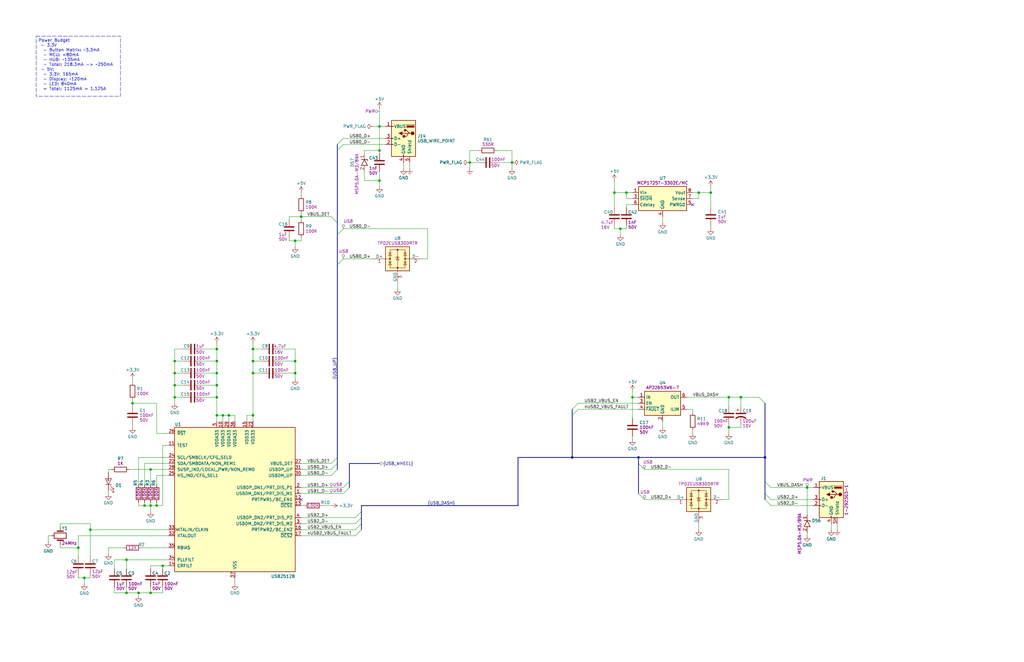
<source format=kicad_sch>
(kicad_sch (version 20230121) (generator eeschema)
  (paper "USLedger")
  (title_block (title "DIY GT Wheel Main Board") (date "2023-06-23") (rev "1.0a") (company "Electronya") (comment 1 "ENYA-SIMR-GTWL-PCMB"))
  (bus_alias "USB_UP" (members "USB0_D+" "USB0_D-" "VBUS_DET"))
  (bus_alias "USB_WHEEL" (members "USB1_D+" "USB1_D-"))
  (bus_alias "USB_DASH" (members "USB2_D+" "USB2_D-" "VBUS_DASH" "USB2_VBUS_EN" "nUSB2_VBUS_FAULT"))
  (junction (at 106.68 152.4))
  (junction (at 93.98 175.26))
  (junction (at 73.66 157.48))
  (junction (at 53.34 250.19))
  (junction (at 160.02 63.5))
  (junction (at 38.1 223.52))
  (junction (at 198.12 68.58))
  (junction (at 96.52 175.26))
  (junction (at 127 91.44))
  (junction (at 264.16 81.28))
  (junction (at 53.34 236.22))
  (junction (at 63.5 250.19))
  (junction (at 63.5 198.12))
  (junction (at 215.9 68.58))
  (junction (at 307.34 180.34))
  (junction (at 124.46 157.48))
  (junction (at 106.68 175.26))
  (junction (at 66.04 213.36))
  (junction (at 307.34 167.64))
  (junction (at 124.46 152.4))
  (junction (at 73.66 167.64))
  (junction (at 68.58 238.76))
  (junction (at 106.68 147.32))
  (junction (at 91.44 167.64))
  (junction (at 269.24 193.04))
  (junction (at 299.72 81.28))
  (junction (at 294.64 81.28))
  (junction (at 241.3 193.04))
  (junction (at 55.88 170.18))
  (junction (at 33.02 231.14))
  (junction (at 91.44 152.4))
  (junction (at 35.56 243.84))
  (junction (at 106.68 157.48))
  (junction (at 73.66 152.4))
  (junction (at 60.96 213.36))
  (junction (at 160.02 76.2))
  (junction (at 91.44 175.26))
  (junction (at 91.44 157.48))
  (junction (at 261.62 96.52))
  (junction (at 322.58 193.04))
  (junction (at 259.08 81.28))
  (junction (at 91.44 162.56))
  (junction (at 340.36 205.74))
  (junction (at 91.44 147.32))
  (junction (at 73.66 162.56))
  (junction (at 63.5 213.36))
  (junction (at 160.02 53.34))
  (junction (at 124.46 101.6))
  (junction (at 312.42 167.64))
  (junction (at 58.42 250.19))
  (junction (at 266.7 167.64))
  (no_connect (at 127 210.82))
  (no_connect (at 292.1 86.36))
  (bus_entry (at 269.24 195.58) (size 2.54 2.54))
  (bus_entry (at 241.3 175.26) (size 2.54 -2.54))
  (bus_entry (at 320.04 167.64) (size 2.54 2.54))
  (bus_entry (at 144.78 208.28) (size 2.54 -2.54))
  (bus_entry (at 142.24 195.58) (size -2.54 2.54))
  (bus_entry (at 149.86 223.52) (size 2.54 -2.54))
  (bus_entry (at 142.24 60.96) (size 2.54 -2.54))
  (bus_entry (at 322.58 203.2) (size 2.54 2.54))
  (bus_entry (at 144.78 109.22) (size -2.54 2.54))
  (bus_entry (at 142.24 198.12) (size -2.54 2.54))
  (bus_entry (at 149.86 226.06) (size 2.54 -2.54))
  (bus_entry (at 149.86 218.44) (size 2.54 -2.54))
  (bus_entry (at 269.24 208.28) (size 2.54 2.54))
  (bus_entry (at 142.24 63.5) (size 2.54 -2.54))
  (bus_entry (at 142.24 193.04) (size -2.54 2.54))
  (bus_entry (at 241.3 172.72) (size 2.54 -2.54))
  (bus_entry (at 139.7 91.44) (size 2.54 2.54))
  (bus_entry (at 322.58 210.82) (size 2.54 2.54))
  (bus_entry (at 144.78 205.74) (size 2.54 -2.54))
  (bus_entry (at 142.24 99.06) (size 2.54 -2.54))
  (bus_entry (at 322.58 208.28) (size 2.54 2.54))
  (bus_entry (at 149.86 220.98) (size 2.54 -2.54))
  (wire (pts (xy 264.16 95.25) (xy 264.16 96.52)))
  (wire (pts (xy 121.92 101.6) (xy 124.46 101.6)))
  (wire (pts (xy 63.5 213.36) (xy 63.5 215.9)))
  (wire (pts (xy 66.04 213.36) (xy 63.5 213.36)))
  (bus (pts (xy 241.3 172.72) (xy 241.3 175.26)))
  (wire (pts (xy 71.12 182.88) (xy 66.04 182.88)))
  (wire (pts (xy 66.04 182.88) (xy 66.04 170.18)))
  (wire (pts (xy 121.92 91.44) (xy 127 91.44)))
  (wire (pts (xy 68.58 238.76) (xy 71.12 238.76)))
  (wire (pts (xy 91.44 162.56) (xy 91.44 167.64)))
  (bus (pts (xy 218.44 193.04) (xy 218.44 213.36)))
  (wire (pts (xy 55.88 170.18) (xy 55.88 171.45)))
  (wire (pts (xy 266.7 165.1) (xy 266.7 167.64)))
  (wire (pts (xy 55.88 160.02) (xy 55.88 161.29)))
  (wire (pts (xy 325.12 210.82) (xy 342.9 210.82)))
  (wire (pts (xy 33.02 242.57) (xy 33.02 243.84)))
  (wire (pts (xy 299.72 78.74) (xy 299.72 81.28)))
  (wire (pts (xy 52.07 231.14) (xy 45.72 231.14)))
  (wire (pts (xy 144.78 60.96) (xy 162.56 60.96)))
  (wire (pts (xy 38.1 223.52) (xy 38.1 234.95)))
  (wire (pts (xy 55.88 168.91) (xy 55.88 170.18)))
  (wire (pts (xy 106.68 152.4) (xy 110.49 152.4)))
  (bus (pts (xy 269.24 195.58) (xy 269.24 208.28)))
  (wire (pts (xy 118.11 147.32) (xy 124.46 147.32)))
  (wire (pts (xy 54.61 198.12) (xy 63.5 198.12)))
  (bus (pts (xy 152.4 213.36) (xy 152.4 215.9)))
  (wire (pts (xy 85.09 157.48) (xy 91.44 157.48)))
  (wire (pts (xy 312.42 167.64) (xy 312.42 171.45)))
  (wire (pts (xy 259.08 81.28) (xy 259.08 87.63)))
  (wire (pts (xy 299.72 81.28) (xy 299.72 87.63)))
  (wire (pts (xy 312.42 179.07) (xy 312.42 180.34)))
  (bus (pts (xy 147.32 205.74) (xy 147.32 203.2)))
  (wire (pts (xy 45.72 207.01) (xy 45.72 208.28)))
  (bus (pts (xy 152.4 215.9) (xy 152.4 218.44)))
  (wire (pts (xy 48.26 247.65) (xy 48.26 250.19)))
  (wire (pts (xy 38.1 242.57) (xy 38.1 243.84)))
  (wire (pts (xy 153.67 76.2) (xy 160.02 76.2)))
  (bus (pts (xy 322.58 203.2) (xy 322.58 208.28)))
  (wire (pts (xy 127 220.98) (xy 149.86 220.98)))
  (wire (pts (xy 96.52 175.26) (xy 96.52 177.8)))
  (wire (pts (xy 160.02 53.34) (xy 162.56 53.34)))
  (wire (pts (xy 289.56 167.64) (xy 307.34 167.64)))
  (wire (pts (xy 68.58 213.36) (xy 66.04 213.36)))
  (wire (pts (xy 266.7 167.64) (xy 269.24 167.64)))
  (wire (pts (xy 279.4 91.44) (xy 279.4 93.98)))
  (wire (pts (xy 124.46 147.32) (xy 124.46 152.4)))
  (wire (pts (xy 58.42 193.04) (xy 58.42 204.47)))
  (wire (pts (xy 45.72 198.12) (xy 45.72 199.39)))
  (bus (pts (xy 142.24 193.04) (xy 142.24 195.58)))
  (wire (pts (xy 198.12 68.58) (xy 201.93 68.58)))
  (wire (pts (xy 85.09 167.64) (xy 91.44 167.64)))
  (wire (pts (xy 127 200.66) (xy 139.7 200.66)))
  (wire (pts (xy 58.42 250.19) (xy 58.42 251.46)))
  (bus (pts (xy 152.4 220.98) (xy 152.4 223.52)))
  (wire (pts (xy 91.44 175.26) (xy 93.98 175.26)))
  (wire (pts (xy 63.5 212.09) (xy 63.5 213.36)))
  (wire (pts (xy 307.34 210.82) (xy 304.8 210.82)))
  (wire (pts (xy 106.68 147.32) (xy 110.49 147.32)))
  (wire (pts (xy 33.02 226.06) (xy 71.12 226.06)))
  (wire (pts (xy 71.12 193.04) (xy 58.42 193.04)))
  (wire (pts (xy 73.66 152.4) (xy 77.47 152.4)))
  (wire (pts (xy 198.12 68.58) (xy 198.12 71.12)))
  (wire (pts (xy 160.02 63.5) (xy 160.02 64.77)))
  (wire (pts (xy 292.1 172.72) (xy 292.1 173.99)))
  (wire (pts (xy 58.42 250.19) (xy 63.5 250.19)))
  (wire (pts (xy 160.02 72.39) (xy 160.02 76.2)))
  (wire (pts (xy 71.12 187.96) (xy 68.58 187.96)))
  (wire (pts (xy 106.68 157.48) (xy 110.49 157.48)))
  (wire (pts (xy 25.4 222.25) (xy 25.4 220.98)))
  (wire (pts (xy 271.78 198.12) (xy 307.34 198.12)))
  (wire (pts (xy 96.52 175.26) (xy 99.06 175.26)))
  (wire (pts (xy 127 223.52) (xy 149.86 223.52)))
  (wire (pts (xy 259.08 96.52) (xy 261.62 96.52)))
  (wire (pts (xy 127 205.74) (xy 144.78 205.74)))
  (wire (pts (xy 63.5 250.19) (xy 68.58 250.19)))
  (wire (pts (xy 160.02 45.72) (xy 160.02 53.34)))
  (wire (pts (xy 259.08 76.2) (xy 259.08 81.28)))
  (wire (pts (xy 53.34 247.65) (xy 53.34 250.19)))
  (wire (pts (xy 264.16 86.36) (xy 266.7 86.36)))
  (wire (pts (xy 73.66 167.64) (xy 77.47 167.64)))
  (wire (pts (xy 127 195.58) (xy 139.7 195.58)))
  (bus (pts (xy 241.3 193.04) (xy 218.44 193.04)))
  (wire (pts (xy 73.66 152.4) (xy 73.66 157.48)))
  (wire (pts (xy 63.5 198.12) (xy 71.12 198.12)))
  (bus (pts (xy 322.58 193.04) (xy 322.58 203.2)))
  (wire (pts (xy 63.5 238.76) (xy 68.58 238.76)))
  (wire (pts (xy 160.02 76.2) (xy 160.02 78.74)))
  (wire (pts (xy 299.72 95.25) (xy 299.72 96.52)))
  (bus (pts (xy 142.24 195.58) (xy 142.24 198.12)))
  (bus (pts (xy 142.24 99.06) (xy 142.24 111.76)))
  (wire (pts (xy 60.96 195.58) (xy 60.96 204.47)))
  (wire (pts (xy 53.34 236.22) (xy 53.34 240.03)))
  (wire (pts (xy 93.98 175.26) (xy 96.52 175.26)))
  (wire (pts (xy 63.5 240.03) (xy 63.5 238.76)))
  (wire (pts (xy 325.12 205.74) (xy 340.36 205.74)))
  (wire (pts (xy 60.96 213.36) (xy 58.42 213.36)))
  (wire (pts (xy 259.08 95.25) (xy 259.08 96.52)))
  (wire (pts (xy 209.55 68.58) (xy 215.9 68.58)))
  (wire (pts (xy 292.1 181.61) (xy 292.1 182.88)))
  (wire (pts (xy 127 100.33) (xy 127 101.6)))
  (wire (pts (xy 127 91.44) (xy 127 92.71)))
  (wire (pts (xy 157.48 53.34) (xy 160.02 53.34)))
  (wire (pts (xy 121.92 92.71) (xy 121.92 91.44)))
  (wire (pts (xy 307.34 180.34) (xy 312.42 180.34)))
  (wire (pts (xy 124.46 101.6) (xy 127 101.6)))
  (wire (pts (xy 180.34 109.22) (xy 177.8 109.22)))
  (wire (pts (xy 209.55 63.5) (xy 215.9 63.5)))
  (wire (pts (xy 60.96 212.09) (xy 60.96 213.36)))
  (wire (pts (xy 91.44 175.26) (xy 91.44 177.8)))
  (wire (pts (xy 261.62 96.52) (xy 264.16 96.52)))
  (wire (pts (xy 127 81.28) (xy 127 82.55)))
  (wire (pts (xy 153.67 63.5) (xy 160.02 63.5)))
  (wire (pts (xy 91.44 147.32) (xy 91.44 152.4)))
  (wire (pts (xy 153.67 72.39) (xy 153.67 76.2)))
  (wire (pts (xy 63.5 198.12) (xy 63.5 204.47)))
  (wire (pts (xy 25.4 231.14) (xy 33.02 231.14)))
  (wire (pts (xy 264.16 87.63) (xy 264.16 86.36)))
  (wire (pts (xy 172.72 68.58) (xy 172.72 71.12)))
  (wire (pts (xy 106.68 144.78) (xy 106.68 147.32)))
  (wire (pts (xy 350.52 220.98) (xy 350.52 223.52)))
  (wire (pts (xy 45.72 231.14) (xy 45.72 233.68)))
  (wire (pts (xy 21.59 226.06) (xy 20.32 226.06)))
  (wire (pts (xy 25.4 229.87) (xy 25.4 231.14)))
  (wire (pts (xy 59.69 231.14) (xy 71.12 231.14)))
  (wire (pts (xy 160.02 53.34) (xy 160.02 63.5)))
  (bus (pts (xy 152.4 218.44) (xy 152.4 220.98)))
  (bus (pts (xy 269.24 193.04) (xy 241.3 193.04)))
  (wire (pts (xy 307.34 167.64) (xy 312.42 167.64)))
  (wire (pts (xy 91.44 167.64) (xy 91.44 175.26)))
  (bus (pts (xy 269.24 193.04) (xy 269.24 195.58)))
  (wire (pts (xy 35.56 243.84) (xy 35.56 246.38)))
  (wire (pts (xy 127 198.12) (xy 139.7 198.12)))
  (wire (pts (xy 25.4 220.98) (xy 38.1 220.98)))
  (wire (pts (xy 68.58 187.96) (xy 68.58 213.36)))
  (bus (pts (xy 142.24 111.76) (xy 142.24 193.04)))
  (bus (pts (xy 322.58 208.28) (xy 322.58 210.82)))
  (wire (pts (xy 63.5 213.36) (xy 60.96 213.36)))
  (wire (pts (xy 99.06 177.8) (xy 99.06 175.26)))
  (wire (pts (xy 91.44 144.78) (xy 91.44 147.32)))
  (wire (pts (xy 48.26 250.19) (xy 53.34 250.19)))
  (wire (pts (xy 144.78 96.52) (xy 180.34 96.52)))
  (wire (pts (xy 53.34 236.22) (xy 48.26 236.22)))
  (wire (pts (xy 106.68 157.48) (xy 106.68 175.26)))
  (wire (pts (xy 73.66 162.56) (xy 73.66 167.64)))
  (wire (pts (xy 289.56 172.72) (xy 292.1 172.72)))
  (bus (pts (xy 142.24 63.5) (xy 142.24 93.98)))
  (wire (pts (xy 294.64 81.28) (xy 294.64 83.82)))
  (wire (pts (xy 48.26 236.22) (xy 48.26 240.03)))
  (wire (pts (xy 106.68 152.4) (xy 106.68 157.48)))
  (wire (pts (xy 85.09 162.56) (xy 91.44 162.56)))
  (wire (pts (xy 106.68 175.26) (xy 106.68 177.8)))
  (wire (pts (xy 261.62 96.52) (xy 261.62 99.06)))
  (wire (pts (xy 264.16 81.28) (xy 266.7 81.28)))
  (wire (pts (xy 243.84 170.18) (xy 269.24 170.18)))
  (wire (pts (xy 170.18 68.58) (xy 170.18 71.12)))
  (wire (pts (xy 180.34 96.52) (xy 180.34 109.22)))
  (wire (pts (xy 121.92 100.33) (xy 121.92 101.6)))
  (wire (pts (xy 243.84 172.72) (xy 269.24 172.72)))
  (wire (pts (xy 201.93 63.5) (xy 198.12 63.5)))
  (wire (pts (xy 33.02 243.84) (xy 35.56 243.84)))
  (wire (pts (xy 93.98 175.26) (xy 93.98 177.8)))
  (wire (pts (xy 312.42 167.64) (xy 320.04 167.64)))
  (wire (pts (xy 63.5 247.65) (xy 63.5 250.19)))
  (wire (pts (xy 20.32 226.06) (xy 20.32 228.6)))
  (bus (pts (xy 241.3 175.26) (xy 241.3 193.04)))
  (wire (pts (xy 99.06 243.84) (xy 99.06 246.38)))
  (wire (pts (xy 215.9 68.58) (xy 215.9 71.12)))
  (wire (pts (xy 91.44 157.48) (xy 91.44 162.56)))
  (wire (pts (xy 124.46 157.48) (xy 124.46 160.02)))
  (bus (pts (xy 218.44 213.36) (xy 152.4 213.36)))
  (wire (pts (xy 340.36 205.74) (xy 342.9 205.74)))
  (bus (pts (xy 147.32 195.58) (xy 160.02 195.58)))
  (wire (pts (xy 53.34 250.19) (xy 58.42 250.19)))
  (bus (pts (xy 322.58 170.18) (xy 322.58 193.04)))
  (wire (pts (xy 68.58 250.19) (xy 68.58 247.65)))
  (wire (pts (xy 73.66 147.32) (xy 73.66 152.4)))
  (wire (pts (xy 127 226.06) (xy 149.86 226.06)))
  (bus (pts (xy 142.24 60.96) (xy 142.24 63.5)))
  (wire (pts (xy 127 90.17) (xy 127 91.44)))
  (bus (pts (xy 322.58 193.04) (xy 269.24 193.04)))
  (wire (pts (xy 35.56 243.84) (xy 38.1 243.84)))
  (wire (pts (xy 124.46 152.4) (xy 124.46 157.48)))
  (wire (pts (xy 71.12 200.66) (xy 66.04 200.66)))
  (wire (pts (xy 68.58 238.76) (xy 68.58 240.03)))
  (wire (pts (xy 266.7 184.15) (xy 266.7 185.42)))
  (wire (pts (xy 153.67 64.77) (xy 153.67 63.5)))
  (wire (pts (xy 294.64 220.98) (xy 294.64 223.52)))
  (wire (pts (xy 292.1 83.82) (xy 294.64 83.82)))
  (wire (pts (xy 167.64 119.38) (xy 167.64 121.92)))
  (wire (pts (xy 73.66 157.48) (xy 73.66 162.56)))
  (wire (pts (xy 104.14 177.8) (xy 104.14 175.26)))
  (wire (pts (xy 73.66 167.64) (xy 73.66 170.18)))
  (wire (pts (xy 85.09 147.32) (xy 91.44 147.32)))
  (wire (pts (xy 307.34 198.12) (xy 307.34 210.82)))
  (wire (pts (xy 73.66 157.48) (xy 77.47 157.48)))
  (wire (pts (xy 46.99 198.12) (xy 45.72 198.12)))
  (wire (pts (xy 307.34 179.07) (xy 307.34 180.34)))
  (wire (pts (xy 66.04 170.18) (xy 55.88 170.18)))
  (wire (pts (xy 292.1 81.28) (xy 294.64 81.28)))
  (wire (pts (xy 266.7 83.82) (xy 264.16 83.82)))
  (bus (pts (xy 142.24 93.98) (xy 142.24 99.06)))
  (wire (pts (xy 71.12 195.58) (xy 60.96 195.58)))
  (wire (pts (xy 271.78 210.82) (xy 284.48 210.82)))
  (wire (pts (xy 66.04 200.66) (xy 66.04 204.47)))
  (wire (pts (xy 118.11 152.4) (xy 124.46 152.4)))
  (wire (pts (xy 135.89 213.36) (xy 139.7 213.36)))
  (wire (pts (xy 259.08 81.28) (xy 264.16 81.28)))
  (wire (pts (xy 144.78 109.22) (xy 157.48 109.22)))
  (wire (pts (xy 307.34 180.34) (xy 307.34 182.88)))
  (wire (pts (xy 33.02 231.14) (xy 33.02 234.95)))
  (wire (pts (xy 340.36 224.79) (xy 340.36 226.06)))
  (wire (pts (xy 104.14 175.26) (xy 106.68 175.26)))
  (wire (pts (xy 77.47 147.32) (xy 73.66 147.32)))
  (wire (pts (xy 33.02 231.14) (xy 33.02 226.06)))
  (wire (pts (xy 294.64 81.28) (xy 299.72 81.28)))
  (wire (pts (xy 55.88 179.07) (xy 55.88 180.34)))
  (wire (pts (xy 85.09 152.4) (xy 91.44 152.4)))
  (wire (pts (xy 353.06 220.98) (xy 353.06 223.52)))
  (wire (pts (xy 66.04 212.09) (xy 66.04 213.36)))
  (wire (pts (xy 215.9 63.5) (xy 215.9 68.58)))
  (wire (pts (xy 91.44 152.4) (xy 91.44 157.48)))
  (wire (pts (xy 307.34 167.64) (xy 307.34 171.45)))
  (wire (pts (xy 127 208.28) (xy 144.78 208.28)))
  (wire (pts (xy 340.36 205.74) (xy 340.36 217.17)))
  (wire (pts (xy 325.12 213.36) (xy 342.9 213.36)))
  (wire (pts (xy 127 91.44) (xy 139.7 91.44)))
  (wire (pts (xy 38.1 223.52) (xy 71.12 223.52)))
  (bus (pts (xy 147.32 203.2) (xy 147.32 195.58)))
  (wire (pts (xy 127 213.36) (xy 128.27 213.36)))
  (wire (pts (xy 279.4 177.8) (xy 279.4 180.34)))
  (wire (pts (xy 127 218.44) (xy 149.86 218.44)))
  (wire (pts (xy 198.12 63.5) (xy 198.12 68.58)))
  (wire (pts (xy 73.66 162.56) (xy 77.47 162.56)))
  (wire (pts (xy 106.68 147.32) (xy 106.68 152.4)))
  (wire (pts (xy 124.46 101.6) (xy 124.46 104.14)))
  (wire (pts (xy 264.16 81.28) (xy 264.16 83.82)))
  (wire (pts (xy 118.11 157.48) (xy 124.46 157.48)))
  (wire (pts (xy 71.12 236.22) (xy 53.34 236.22)))
  (wire (pts (xy 144.78 58.42) (xy 162.56 58.42)))
  (wire (pts (xy 266.7 167.64) (xy 266.7 176.53)))
  (wire (pts (xy 38.1 220.98) (xy 38.1 223.52)))
  (wire (pts (xy 58.42 213.36) (xy 58.42 212.09)))
  (text_box "Power Budget\n - 3.3V\n  - Button Matrix: ~3.3mA\n  - MCU: <80mA\n  - HUB: ~135mA\n  - Total: 218.3mA -> ~250mA\n - 5V:\n  - 3.3V: 165mA\n  - Display: ~120mA\n  - LED: 840mA\n  = Total: 1125mA = 1.125A" (at 15.24 15.24 0) (size 35.56 25.4) (stroke (width 0) (type dash)) (effects (font (size 1.27 1.27)) (justify left top)))
  (label "USB0_D+" (at 147.32 58.42 0))
  (label "VBUS_DASH" (at 292.1 167.64 0))
  (label "{USB_DASH}" (at 180.34 213.36 0))
  (label "VBUS_DET" (at 129.54 91.44 0))
  (label "USB2_VBUS_EN" (at 246.38 170.18 0))
  (label "USB0_D-" (at 147.32 96.52 0))
  (label "USB2_D-" (at 274.32 198.12 0))
  (label "USB2_VBUS_EN" (at 129.54 223.52 0))
  (label "VBUS_DASH" (at 327.66 205.74 0))
  (label "USB1_D+" (at 129.54 205.74 0))
  (label "USB2_D+" (at 129.54 218.44 0))
  (label "USB0_D-" (at 147.32 60.96 0))
  (label "USB1_D-" (at 129.54 208.28 0))
  (label "USB2_D+" (at 327.66 210.82 0))
  (label "USB2_D-" (at 327.66 213.36 0))
  (label "USB0_D+" (at 129.54 198.12 0))
  (label "VBUS_DET" (at 129.54 195.58 0))
  (label "USB0_D+" (at 147.32 109.22 0))
  (label "USB2_D+" (at 274.32 210.82 0))
  (label "{USB_UP}" (at 142.24 160.02 90))
  (label "USB2_D-" (at 129.54 220.98 0))
  (label "USB0_D-" (at 129.54 200.66 0))
  (label "nUSB2_VBUS_FAULT" (at 246.38 172.72 0))
  (label "nUSB2_VBUS_FAULT" (at 129.54 226.06 0))
  (hierarchical_label "{USB_WHEEL}" (shape bidirectional) (at 160.02 195.58 0))
  (netclass_flag "" (length 1.27) (shape round) (at 340.36 205.74 0) (property "Netclass" "PWR" (at 338.455 202.565 0) (effects (font italic) (justify left))))
  (netclass_flag "" (length 1.27) (shape round) (at 139.7 208.28 0) (property "Netclass" "USB" (at 140.3096 207.01 0) (effects (font italic) (justify left))))
  (netclass_flag "" (length 1.27) (shape round) (at 144.78 109.22 0) (property "Netclass" "USB" (at 142.875 106.045 0) (effects (font italic) (justify left))))
  (netclass_flag "" (length 1.27) (shape round) (at 271.78 198.12 0) (property "Netclass" "USB" (at 271.145 194.945 0) (effects (font italic) (justify left))))
  (netclass_flag "" (length 1.27) (shape round) (at 160.02 46.99 90) (property "Netclass" "PWR" (at 158.115 46.99 0) (effects (font italic) (justify right))))
  (netclass_flag "" (length 1.27) (shape round) (at 144.78 96.52 0) (property "Netclass" "USB" (at 144.78 93.345 0) (effects (font italic) (justify left))))
  (netclass_flag "" (length 1.27) (shape round) (at 271.78 210.82 0) (property "Netclass" "USB" (at 269.875 207.645 0) (effects (font italic) (justify left))))
  (netclass_flag "" (length 1.27) (shape round) (at 139.7 205.74 0) (property "Netclass" "USB" (at 140.3096 204.47 0) (effects (font italic) (justify left))))
  (symbol (lib_id "power:GND") (at 124.46 160.02 0) (unit 1)
    (property "Reference" "#PWR08" (effects hide))
    (property "Value" "GND" (at 124.46 163.965 0))
  )
  (symbol (lib_id "power:GND") (at 99.06 246.38 0) (unit 1)
    (property "Reference" "#PWR0101" (effects hide))
    (property "Value" "GND" (at 99.06 250.19 0))
  )
  (symbol (lib_id "ENYA_Cap_Smd_50V:1uF_CER_0603_50V") (at 299.72 91.44 0) (unit 1)
    (property "Reference" "C41" (at 302.641 89.392 0) (effects (justify left)))
    (property "Value" "1uF_CER_0603_50V" (effects hide))
    (property "Footprint" "Capacitor_SMD:C_0603_1608Metric" (effects hide))
    (property "Manufacturer" "Taiyo Yuden" (effects hide))
    (property "Manufacturer Part Number" "UMK107BJ105KA-T" (effects hide))
    (property "Digi-Key Part Number" "587-2400-1-ND" (effects hide))
    (property "Capacitance" "1uF" (at 302.641 91.44 0) (effects (justify left)))
    (property "Voltage Rating" "50V" (at 302.641 93.488 0) (effects (justify left)))
  )
  (symbol (lib_id "ENYA_Cap_Smd_50V:100nF_CER_0603_50V") (at 81.28 152.4 90) (unit 1)
    (property "Reference" "C12" (at 78.105 151.13 90))
    (property "Value" "100nF_CER_0603_50V" (effects hide))
    (property "Footprint" "Capacitor_SMD:C_0603_1608Metric" (effects hide))
    (property "Manufacturer" "AVX Corporation" (effects hide))
    (property "Manufacturer Part Number" "06033D104MAT2A" (effects hide))
    (property "Digi-Key Part Number" "478-7905-1-ND" (effects hide))
    (property "Capacitance" "100nF" (at 85.725 151.13 90))
    (property "Voltage Rating" "50V" (at 84.455 153.67 90))
  )
  (symbol (lib_id "power:+5V") (at 266.7 165.1 0) (unit 1)
    (property "Reference" "#PWR020" (effects hide))
    (property "Value" "+5V" (at 266.7 161.155 0))
  )
  (symbol (lib_id "ENYA_Res_Smd_100mW:100K_0603_100MW") (at 127 96.52 0) (unit 1)
    (property "Reference" "R9" (at 128.778 95.496 0) (effects (justify left)))
    (property "Value" "100K_0603_100MW" (effects hide))
    (property "Footprint" "Resistor_SMD:R_0603_1608Metric" (effects hide))
    (property "Manufacturer" "Yageo" (effects hide))
    (property "Manufacturer Part Number" "RC0603FR-07100KL" (effects hide))
    (property "Digi-Key Part Number" "311-100KHRCT-ND" (effects hide))
    (property "Resistance" "100K" (at 128.778 97.544 0) (effects (justify left)))
  )
  (symbol (lib_id "ENYA_Res_Smd_100mW:100K_0603_100MW") (at 63.5 208.28 0) (unit 1)
    (property "Reference" "R3" (at 62.23 205.105 90) (effects (justify left)))
    (property "Value" "100K_0603_100MW" (effects hide))
    (property "Footprint" "Resistor_SMD:R_0603_1608Metric" (effects hide))
    (property "Manufacturer" "Yageo" (effects hide))
    (property "Manufacturer Part Number" "RC0603FR-07100KL" (effects hide))
    (property "Digi-Key Part Number" "311-100KHRCT-ND" (effects hide))
    (property "Resistance" "100K" (at 63.5 210.82 90) (effects (justify left)))
  )
  (symbol (lib_id "ENYA_Cap_Smd_50V:100nF_CER_0603_50V") (at 55.88 175.26 0) (unit 1)
    (property "Reference" "C1" (at 58.801 173.212 0) (effects (justify left)))
    (property "Value" "100nF_CER_0603_50V" (effects hide))
    (property "Footprint" "Capacitor_SMD:C_0603_1608Metric" (effects hide))
    (property "Manufacturer" "AVX Corporation" (effects hide))
    (property "Manufacturer Part Number" "06033D104MAT2A" (effects hide))
    (property "Digi-Key Part Number" "478-7905-1-ND" (effects hide))
    (property "Capacitance" "100nF" (at 58.801 175.26 0) (effects (justify left)))
    (property "Voltage Rating" "50V" (at 58.801 177.308 0) (effects (justify left)))
  )
  (symbol (lib_id "ENYA_Cap_Smd_50V:100nF_CER_0603_50V") (at 114.3 152.4 90) (unit 1)
    (property "Reference" "C10" (at 111.125 151.13 90))
    (property "Value" "100nF_CER_0603_50V" (effects hide))
    (property "Footprint" "Capacitor_SMD:C_0603_1608Metric" (effects hide))
    (property "Manufacturer" "AVX Corporation" (effects hide))
    (property "Manufacturer Part Number" "06033D104MAT2A" (effects hide))
    (property "Digi-Key Part Number" "478-7905-1-ND" (effects hide))
    (property "Capacitance" "100nF" (at 118.745 151.13 90))
    (property "Voltage Rating" "50V" (at 117.475 153.67 90))
  )
  (symbol (lib_id "ENYA_Diode_TVS:MSP5.0A_5V_9.2V_D0-219AD") (at 153.67 68.58 270) (unit 1)
    (property "Reference" "D57" (at 148.59 66.675 0) (effects (justify left)))
    (property "Value" "MSP5.0A_5V_9.2V_D0-219AD" (effects hide))
    (property "Footprint" "ENYA_Diode_Smd:DO-219AD" (effects hide))
    (property "Datasheet" "https://www.vishay.com/docs/88486/msp3v3.pdf" (effects hide))
    (property "Manufacturer" "Vishay General Semiconductor - Diodes Division" (effects hide))
    (property "Manufacturer Part Number" "MSP5.0A-M3/89A" (at 150.495 64.77 0) (effects (justify left)))
    (property "Digi-Key Part Number" "MSP5.0A-M3/89AGICT-ND" (effects hide))
  )
  (symbol (lib_id "ENYA_Cap_Smd_16V:4.7uF_CER_0805_16V") (at 259.08 91.44 0) (unit 1)
    (property "Reference" "C40" (at 254.635 89.535 0) (effects (justify left)))
    (property "Value" "4.7uF_CER_0805_16V" (effects hide))
    (property "Footprint" "Capacitor_SMD:C_0805_2012Metric" (effects hide))
    (property "Manufacturer" "Samsung Electro-Mechanics" (effects hide))
    (property "Manufacturer Part Number" "CL21B475KOFNNNE" (effects hide))
    (property "Digi-Key Part Number" "1276-2873-1-ND" (effects hide))
    (property "Capacitance" "4.7uF" (at 253.365 93.837 0) (effects (justify left)))
    (property "Voltage Rating" "16V" (at 253.365 95.885 0) (effects (justify left)))
  )
  (symbol (lib_id "power:GND") (at 55.88 180.34 0) (unit 1)
    (property "Reference" "#PWR04" (effects hide))
    (property "Value" "GND" (at 55.88 184.285 0))
  )
  (symbol (lib_id "ENYA_Cap_Smd_50V:100nF_CER_0603_50V") (at 81.28 157.48 90) (unit 1)
    (property "Reference" "C13" (at 78.105 156.21 90))
    (property "Value" "100nF_CER_0603_50V" (effects hide))
    (property "Footprint" "Capacitor_SMD:C_0603_1608Metric" (effects hide))
    (property "Manufacturer" "AVX Corporation" (effects hide))
    (property "Manufacturer Part Number" "06033D104MAT2A" (effects hide))
    (property "Digi-Key Part Number" "478-7905-1-ND" (effects hide))
    (property "Capacitance" "100nF" (at 85.725 156.21 90))
    (property "Voltage Rating" "50V" (at 84.455 158.75 90))
  )
  (symbol (lib_id "power:+5V") (at 160.02 45.72 0) (unit 1)
    (property "Reference" "#PWR096" (effects hide))
    (property "Value" "+5V" (at 160.02 41.775 0))
  )
  (symbol (lib_id "power:+3.3V") (at 91.44 144.78 0) (unit 1)
    (property "Reference" "#PWR010" (effects hide))
    (property "Value" "+3.3V" (at 91.44 140.835 0))
  )
  (symbol (lib_id "power:+3.3V") (at 299.72 78.74 0) (unit 1)
    (property "Reference" "#PWR092" (effects hide))
    (property "Value" "+3.3V" (at 299.72 74.795 0))
  )
  (symbol (lib_id "ENYA_Cap_Smd_50V:100nF_CER_0603_50V") (at 114.3 157.48 90) (unit 1)
    (property "Reference" "C11" (at 111.125 156.21 90))
    (property "Value" "100nF_CER_0603_50V" (effects hide))
    (property "Footprint" "Capacitor_SMD:C_0603_1608Metric" (effects hide))
    (property "Manufacturer" "AVX Corporation" (effects hide))
    (property "Manufacturer Part Number" "06033D104MAT2A" (effects hide))
    (property "Digi-Key Part Number" "478-7905-1-ND" (effects hide))
    (property "Capacitance" "100nF" (at 118.745 156.21 90))
    (property "Voltage Rating" "50V" (at 117.475 158.75 90))
  )
  (symbol (lib_id "ENYA_Cap_Smd_50V:12pF_CER_0603_50V") (at 38.1 238.76 0) (unit 1)
    (property "Reference" "C7" (at 38.735 236.855 0) (effects (justify left)))
    (property "Value" "12pF_CER_0603_50V" (effects hide))
    (property "Footprint" "Capacitor_SMD:C_0603_1608Metric" (effects hide))
    (property "Manufacturer" "TDK Corporation" (effects hide))
    (property "Manufacturer Part Number" "CGA3E2C0G1H120J080AA" (effects hide))
    (property "Digi-Key Part Number" "445-5629-1-ND" (effects hide))
    (property "Capacitance" "12pF" (at 38.735 241.157 0) (effects (justify left)))
    (property "Voltage Rating" "50V" (at 38.735 243.205 0) (effects (justify left)))
  )
  (symbol (lib_id "ENYA_Cap_Smd_10V:100UF_TANT_2917_10V") (at 312.42 175.26 0) (unit 1)
    (property "Reference" "C19" (at 313.055 173.355 0) (effects (justify left)))
    (property "Value" "100UF_TANT_2917_10V" (effects hide))
    (property "Footprint" "Capacitor_Tantalum_SMD:CP_EIA-7343-15_Kemet-W" (effects hide))
    (property "Manufacturer" "KYOCERA AVX" (effects hide))
    (property "Manufacturer Part Number" "TAJD107M010RNJ" (effects hide))
    (property "Digi-Key Part Number" "478-3918-1-ND" (effects hide))
    (property "Capacitance" "100uF" (at 313.055 177.657 0) (effects (justify left)))
    (property "Voltage Rating" "10V" (at 313.055 179.705 0) (effects (justify left)))
  )
  (symbol (lib_id "power:GND") (at 63.5 215.9 0) (unit 1)
    (property "Reference" "#PWR06" (effects hide))
    (property "Value" "GND" (at 63.5 219.845 0))
  )
  (symbol (lib_id "ENYA_Cap_Smd_16V:4.7uF_CER_0805_16V") (at 114.3 147.32 90) (unit 1)
    (property "Reference" "C8" (at 111.76 146.05 90))
    (property "Value" "4.7uF_CER_0805_16V" (effects hide))
    (property "Footprint" "Capacitor_SMD:C_0805_2012Metric" (effects hide))
    (property "Manufacturer" "Samsung Electro-Mechanics" (effects hide))
    (property "Manufacturer Part Number" "CL21B475KOFNNNE" (effects hide))
    (property "Digi-Key Part Number" "1276-2873-1-ND" (effects hide))
    (property "Capacitance" "4.7uF" (at 118.11 146.05 90))
    (property "Voltage Rating" "16V" (at 117.475 148.59 90))
  )
  (symbol (lib_id "power:GND") (at 350.52 223.52 0) (unit 1)
    (property "Reference" "#PWR016" (effects hide))
    (property "Value" "GND" (at 350.52 227.465 0))
  )
  (symbol (lib_id "ENYA_Cap_Smd_50V:1uF_CER_0603_50V") (at 121.92 96.52 0) (unit 1)
    (property "Reference" "C16" (at 117.475 94.615 0) (effects (justify left)))
    (property "Value" "1uF_CER_0603_50V" (effects hide))
    (property "Footprint" "Capacitor_SMD:C_0603_1608Metric" (effects hide))
    (property "Manufacturer" "Taiyo Yuden" (effects hide))
    (property "Manufacturer Part Number" "UMK107BJ105KA-T" (effects hide))
    (property "Digi-Key Part Number" "587-2400-1-ND" (effects hide))
    (property "Capacitance" "1uF" (at 117.475 98.917 0) (effects (justify left)))
    (property "Voltage Rating" "50V" (at 117.475 100.965 0) (effects (justify left)))
  )
  (symbol (lib_id "power:+5V") (at 127 81.28 0) (unit 1)
    (property "Reference" "#PWR015" (effects hide))
    (property "Value" "+5V" (at 127 77.335 0))
  )
  (symbol (lib_id "ENYA_Cap_Smd_50V:100nF_CER_0603_50V") (at 81.28 167.64 90) (unit 1)
    (property "Reference" "C15" (at 78.105 166.37 90))
    (property "Value" "100nF_CER_0603_50V" (effects hide))
    (property "Footprint" "Capacitor_SMD:C_0603_1608Metric" (effects hide))
    (property "Manufacturer" "AVX Corporation" (effects hide))
    (property "Manufacturer Part Number" "06033D104MAT2A" (effects hide))
    (property "Digi-Key Part Number" "478-7905-1-ND" (effects hide))
    (property "Capacitance" "100nF" (at 85.725 166.37 90))
    (property "Voltage Rating" "50V" (at 84.455 168.91 90))
  )
  (symbol (lib_id "power:+3.3V") (at 106.68 144.78 0) (unit 1)
    (property "Reference" "#PWR011" (effects hide))
    (property "Value" "+3.3V" (at 106.68 140.835 0))
  )
  (symbol (lib_id "ENYA_Res_Smd_100mW:100K_0603_100MW") (at 60.96 208.28 0) (unit 1)
    (property "Reference" "R4" (at 59.69 205.105 90) (effects (justify left)))
    (property "Value" "100K_0603_100MW" (effects hide))
    (property "Footprint" "Resistor_SMD:R_0603_1608Metric" (effects hide))
    (property "Manufacturer" "Yageo" (effects hide))
    (property "Manufacturer Part Number" "RC0603FR-07100KL" (effects hide))
    (property "Digi-Key Part Number" "311-100KHRCT-ND" (effects hide))
    (property "Resistance" "100K" (at 60.96 210.82 90) (effects (justify left)))
  )
  (symbol (lib_id "ENYA_Cap_Smd_50V:100nF_CER_0603_50V") (at 266.7 180.34 0) (unit 1)
    (property "Reference" "C17" (at 269.621 178.292 0) (effects (justify left)))
    (property "Value" "100nF_CER_0603_50V" (effects hide))
    (property "Footprint" "Capacitor_SMD:C_0603_1608Metric" (effects hide))
    (property "Manufacturer" "AVX Corporation" (effects hide))
    (property "Manufacturer Part Number" "06033D104MAT2A" (effects hide))
    (property "Digi-Key Part Number" "478-7905-1-ND" (effects hide))
    (property "Capacitance" "100nF" (at 269.621 180.34 0) (effects (justify left)))
    (property "Voltage Rating" "50V" (at 269.621 182.388 0) (effects (justify left)))
  )
  (symbol (lib_id "ENYA_Res_Smd_100mW:49K9_0603_100MW") (at 292.1 177.8 0) (unit 1)
    (property "Reference" "R11" (at 293.878 176.776 0) (effects (justify left)))
    (property "Value" "49K9_0603_100MW" (effects hide))
    (property "Footprint" "Resistor_SMD:R_0603_1608Metric" (effects hide))
    (property "Manufacturer" "Vishay Dale" (effects hide))
    (property "Manufacturer Part Number" "CRCW060349K9FKEAC" (effects hide))
    (property "Digi-Key Part Number" "541-3989-1-ND" (effects hide))
    (property "Resistance" "49K9" (at 293.878 178.824 0) (effects (justify left)))
  )
  (symbol (lib_id "power:GND") (at 73.66 170.18 0) (unit 1)
    (property "Reference" "#PWR09" (effects hide))
    (property "Value" "GND" (at 73.66 174.125 0))
  )
  (symbol (lib_id "ENYA_Cap_Smd_50V:100nF_CER_0603_50V") (at 53.34 243.84 0) (unit 1)
    (property "Reference" "C3" (at 53.975 241.935 0) (effects (justify left)))
    (property "Value" "100nF_CER_0603_50V" (effects hide))
    (property "Footprint" "Capacitor_SMD:C_0603_1608Metric" (effects hide))
    (property "Manufacturer" "AVX Corporation" (effects hide))
    (property "Manufacturer Part Number" "06033D104MAT2A" (effects hide))
    (property "Digi-Key Part Number" "478-7905-1-ND" (effects hide))
    (property "Capacitance" "100nF" (at 57.15 246.38 0))
    (property "Voltage Rating" "50V" (at 55.88 248.285 0))
  )
  (symbol (lib_id "ENYA_Cap_Smd_50V:100nF_CER_0603_50V") (at 81.28 162.56 90) (unit 1)
    (property "Reference" "C14" (at 78.105 161.29 90))
    (property "Value" "100nF_CER_0603_50V" (effects hide))
    (property "Footprint" "Capacitor_SMD:C_0603_1608Metric" (effects hide))
    (property "Manufacturer" "AVX Corporation" (effects hide))
    (property "Manufacturer Part Number" "06033D104MAT2A" (effects hide))
    (property "Digi-Key Part Number" "478-7905-1-ND" (effects hide))
    (property "Capacitance" "100nF" (at 85.725 161.29 90))
    (property "Voltage Rating" "50V" (at 84.455 163.83 90))
  )
  (symbol (lib_id "ENYA_Connector_USB:USB_A_RA") (at 350.52 210.82 0) (mirror y) (unit 1)
    (property "Reference" "J1" (at 346.075 201.93 0) (effects (justify right)))
    (property "Value" "USB_A_RA" (effects hide))
    (property "Footprint" "ENYA_Connector_USB:USB_A_RA" (effects hide))
    (property "Datasheet" " https://www.te.com/commerce/DocumentDelivery/DDEController?Action=srchrtrv&DocNm=292303&DocType=Customer+Drawing&DocLang=English" (effects hide))
    (property "Manufacturer" "TE Connectivity AMP Connectors" (effects hide))
    (property "Manufacturer Part Number" "1-292303-1" (at 356.87 204.47 90) (effects (justify right)))
    (property "Digi-Key Part Number" "A127890-ND" (effects hide))
  )
  (symbol (lib_id "ENYA_Interface_USB:USB2512B_2{colon}1_USB_HUB_CTRL") (at 99.06 210.82 0) (unit 1)
    (property "Reference" "U1" (at 73.66 179.07 0) (effects (justify left)))
    (property "Value" "USB2512B" (at 114.3 243.205 0) (effects (justify left)))
    (property "Footprint" "Package_DFN_QFN:QFN-36-1EP_6x6mm_P0.5mm_EP3.7x3.7mm" (effects hide))
    (property "Datasheet" "https://ww1.microchip.com/downloads/en/DeviceDoc/00001692C.pdf" (effects hide))
    (property "Manufactiruer" "Microchip Technology" (effects hide))
    (property "Manufacturer Part Number" "USB2512B-AEZG-TR" (effects hide))
    (property "Digi-Key Part Number" "USB2512B-AEZG-CT-ND" (effects hide))
  )
  (symbol (lib_id "power:PWR_FLAG") (at 198.12 68.58 90) (unit 1)
    (property "Reference" "#FLG03" (effects hide))
    (property "Value" "PWR_FLAG" (at 194.9451 68.58 90) (effects (justify left)))
  )
  (symbol (lib_id "ENYA_Cap_Smd_50V:100nF_CER_0603_50V") (at 68.58 243.84 0) (unit 1)
    (property "Reference" "C2" (at 69.215 241.935 0) (effects (justify left)))
    (property "Value" "100nF_CER_0603_50V" (effects hide))
    (property "Footprint" "Capacitor_SMD:C_0603_1608Metric" (effects hide))
    (property "Manufacturer" "AVX Corporation" (effects hide))
    (property "Manufacturer Part Number" "06033D104MAT2A" (effects hide))
    (property "Digi-Key Part Number" "478-7905-1-ND" (effects hide))
    (property "Capacitance" "100nF" (at 69.215 246.38 0) (effects (justify left)))
    (property "Voltage Rating" "50V" (at 69.215 248.285 0) (effects (justify left)))
  )
  (symbol (lib_id "ENYA_Diode_TVS:MSP5.0A_5V_9.2V_D0-219AD") (at 340.36 220.98 270) (unit 1)
    (property "Reference" "D56" (at 342.265 219.71 90) (effects (justify left)))
    (property "Value" "MSP5.0A_5V_9.2V_D0-219AD" (effects hide))
    (property "Footprint" "ENYA_Diode_Smd:DO-219AD" (effects hide))
    (property "Datasheet" "https://www.vishay.com/docs/88486/msp3v3.pdf" (effects hide))
    (property "Manufacturer" "Vishay General Semiconductor - Diodes Division" (effects hide))
    (property "Manufacturer Part Number" "MSP5.0A-M3/89A" (at 337.185 216.535 0) (effects (justify left)))
    (property "Digi-Key Part Number" "MSP5.0A-M3/89AGICT-ND" (effects hide))
  )
  (symbol (lib_id "ENYA_Cap_Smd_50V:1uF_CER_0603_50V") (at 81.28 147.32 90) (unit 1)
    (property "Reference" "C9" (at 78.74 146.05 90))
    (property "Value" "1uF_CER_0603_50V" (effects hide))
    (property "Footprint" "Capacitor_SMD:C_0603_1608Metric" (effects hide))
    (property "Manufacturer" "Taiyo Yuden" (effects hide))
    (property "Manufacturer Part Number" "UMK107BJ105KA-T" (effects hide))
    (property "Digi-Key Part Number" "587-2400-1-ND" (effects hide))
    (property "Capacitance" "1uF" (at 84.455 146.05 90))
    (property "Voltage Rating" "50V" (at 84.455 148.59 90))
  )
  (symbol (lib_id "ENYA_Cap_Smd_50V:1nF_CER_0603_50V") (at 264.16 91.44 0) (unit 1)
    (property "Reference" "C42" (at 264.795 89.535 0) (effects (justify left)))
    (property "Value" "1nF_CER_0603_50V" (effects hide))
    (property "Footprint" "Capacitor_SMD:C_0603_1608Metric" (effects hide))
    (property "Manufacturer" "KEMET" (effects hide))
    (property "Manufacturer Part Number" "C0603C102K5RAC7867" (effects hide))
    (property "Digi-Key Part Number" "399-C0603C102K5RAC7867CT-ND" (effects hide))
    (property "Capacitance" "1nF" (at 264.795 93.837 0) (effects (justify left)))
    (property "Voltage Rating" "50V" (at 264.795 95.885 0) (effects (justify left)))
  )
  (symbol (lib_id "power:GND") (at 294.64 223.52 0) (unit 1)
    (property "Reference" "#PWR018" (effects hide))
    (property "Value" "GND" (at 294.64 227.465 0))
  )
  (symbol (lib_id "power:Earth") (at 172.72 71.12 0) (unit 1)
    (property "Reference" "#PWR098" (effects hide))
    (property "Value" "Earth" (effects hide))
  )
  (symbol (lib_id "power:GND") (at 160.02 78.74 0) (unit 1)
    (property "Reference" "#PWR0102" (effects hide))
    (property "Value" "GND" (at 160.02 82.685 0))
  )
  (symbol (lib_id "ENYA_Diode_LED:RED_SMD_0603_0.3H") (at 45.72 203.2 90) (unit 1)
    (property "Reference" "D1" (at 48.641 204.8002 90) (effects (justify right)))
    (property "Value" "RED_SMD_0603_0.3H" (effects hide))
    (property "Footprint" "LED_SMD:LED_0603_1608Metric" (effects hide))
    (property "Datasheet" "https://www.we-online.de/katalog/datasheet/150060RS75000.pdf" (effects hide))
    (property "Manufacturer" "Würth Elektronik" (effects hide))
    (property "Manufacturer Part Number" "150060RS75000" (effects hide))
    (property "Digi-Key Part Number" "732-4978-1-ND" (effects hide))
  )
  (symbol (lib_id "power:GND") (at 45.72 208.28 0) (unit 1)
    (property "Reference" "#PWR07" (effects hide))
    (property "Value" "GND" (at 45.72 212.225 0))
  )
  (symbol (lib_id "power:GND") (at 292.1 182.88 0) (unit 1)
    (property "Reference" "#PWR023" (effects hide))
    (property "Value" "GND" (at 292.1 186.825 0))
  )
  (symbol (lib_id "ENYA_Res_Smd_100mW:330R_0603_100MW") (at 205.74 63.5 90) (unit 1)
    (property "Reference" "R61" (at 205.74 58.904 90))
    (property "Value" "330R_0603_100MW" (effects hide))
    (property "Footprint" "Resistor_SMD:R_0603_1608Metric" (effects hide))
    (property "Manufacturer" "YAGEO" (effects hide))
    (property "Manufacturer Part Number" "RC0603FR-07330RL" (effects hide))
    (property "Digi-Key Part Number" "311-330HRCT-ND" (effects hide))
    (property "Resistance" "330R" (at 205.74 60.952 90))
  )
  (symbol (lib_id "ENYA_Res_Smd_100mW:100K_0603_100MW") (at 132.08 213.36 90) (unit 1)
    (property "Reference" "R10" (at 137.16 212.09 90))
    (property "Value" "100K_0603_100MW" (effects hide))
    (property "Footprint" "Resistor_SMD:R_0603_1608Metric" (effects hide))
    (property "Manufacturer" "Yageo" (effects hide))
    (property "Manufacturer Part Number" "RC0603FR-07100KL" (effects hide))
    (property "Digi-Key Part Number" "311-100KHRCT-ND" (effects hide))
    (property "Resistance" "100K" (at 132.08 213.36 90))
  )
  (symbol (lib_id "power:GND") (at 307.34 182.88 0) (unit 1)
    (property "Reference" "#PWR024" (effects hide))
    (property "Value" "GND" (at 307.34 186.825 0))
  )
  (symbol (lib_id "power:GND") (at 299.72 96.52 0) (unit 1)
    (property "Reference" "#PWR095" (effects hide))
    (property "Value" "GND" (at 299.72 100.465 0))
  )
  (symbol (lib_id "ENYA_Res_Smd_100mW:100K_0603_100MW") (at 55.88 165.1 0) (unit 1)
    (property "Reference" "R1" (at 57.658 164.076 0) (effects (justify left)))
    (property "Value" "100K_0603_100MW" (effects hide))
    (property "Footprint" "Resistor_SMD:R_0603_1608Metric" (effects hide))
    (property "Manufacturer" "Yageo" (effects hide))
    (property "Manufacturer Part Number" "RC0603FR-07100KL" (effects hide))
    (property "Digi-Key Part Number" "311-100KHRCT-ND" (effects hide))
    (property "Resistance" "100K" (at 57.658 166.124 0) (effects (justify left)))
  )
  (symbol (lib_id "power:Earth") (at 353.06 223.52 0) (unit 1)
    (property "Reference" "#PWR0103" (effects hide))
    (property "Value" "Earth" (effects hide))
  )
  (symbol (lib_id "ENYA_Res_Smd_100mW:100K_0603_100MW") (at 66.04 208.28 0) (unit 1)
    (property "Reference" "R6" (at 64.77 205.105 90) (effects (justify left)))
    (property "Value" "100K_0603_100MW" (effects hide))
    (property "Footprint" "Resistor_SMD:R_0603_1608Metric" (effects hide))
    (property "Manufacturer" "Yageo" (effects hide))
    (property "Manufacturer Part Number" "RC0603FR-07100KL" (effects hide))
    (property "Digi-Key Part Number" "311-100KHRCT-ND" (effects hide))
    (property "Resistance" "100K" (at 66.04 210.82 90) (effects (justify left)))
  )
  (symbol (lib_id "ENYA_Res_Smd_100mW:100K_0603_100MW") (at 127 86.36 0) (unit 1)
    (property "Reference" "R8" (at 128.778 85.336 0) (effects (justify left)))
    (property "Value" "100K_0603_100MW" (effects hide))
    (property "Footprint" "Resistor_SMD:R_0603_1608Metric" (effects hide))
    (property "Manufacturer" "Yageo" (effects hide))
    (property "Manufacturer Part Number" "RC0603FR-07100KL" (effects hide))
    (property "Digi-Key Part Number" "311-100KHRCT-ND" (effects hide))
    (property "Resistance" "100K" (at 128.778 87.384 0) (effects (justify left)))
  )
  (symbol (lib_id "power:GND") (at 45.72 233.68 0) (unit 1)
    (property "Reference" "#PWR02" (effects hide))
    (property "Value" "GND" (at 45.72 237.625 0))
  )
  (symbol (lib_id "power:GND") (at 170.18 71.12 0) (unit 1)
    (property "Reference" "#PWR097" (effects hide))
    (property "Value" "GND" (at 170.18 75.065 0))
  )
  (symbol (lib_id "ENYA_Pmic:MCP1725_3.3V_500mA_DFN-8") (at 279.4 83.82 0) (unit 1)
    (property "Reference" "U7" (at 279.4 75.16 0))
    (property "Value" "MCP1725_3.3V_500mA_DFN-8" (effects hide))
    (property "Footprint" "Package_DFN_QFN:DFN-8-1EP_3x2mm_P0.5mm_EP1.75x1.45mm" (effects hide))
    (property "Datasheet" "https://ww1.microchip.com/downloads/aemDocuments/documents/OTH/ProductDocuments/DataSheets/22026b.pdf" (effects hide))
    (property "Manufacturer" "Microchip Technology" (effects hide))
    (property "Manufacturer Part Number" "MCP1725T-3302E/MC" (at 279.4 77.208 0))
    (property "Digi-Key Part Number" "MCP1725T-3302E/MCCT-ND" (effects hide))
  )
  (symbol (lib_id "ENYA_Crystal:ABM10_24MHz_10pF_SMD4_2.5x2.0") (at 25.4 226.06 270) (unit 1)
    (property "Reference" "Y1" (at 26.035 222.885 90) (effects (justify left)))
    (property "Value" "ABM10_24MHz_10pF_SMD4_2.5x2.0" (effects hide))
    (property "Footprint" "ENYA_Crystal:ABM10_SMD4_2.5x2.0mm" (effects hide))
    (property "Datasheet" "https://abracon.com/Resonators/ABM10.pdf" (effects hide))
    (property "Manufacturer" "Abracon LLC" (effects hide))
    (property "Manufacturer Part Number" "ABM10-24.000MHZ-E20-T" (effects hide))
    (property "Digi-Key Part Number" "535-9093-1-ND" (effects hide))
    (property "Frequency" "24MHz" (at 26.035 229.235 90) (effects (justify left)))
  )
  (symbol (lib_id "power:PWR_FLAG") (at 157.48 53.34 90) (unit 1)
    (property "Reference" "#FLG01" (effects hide))
    (property "Value" "PWR_FLAG" (at 154.3051 53.34 90) (effects (justify left)))
  )
  (symbol (lib_id "ENYA_Res_Smd_100mW:12K_0603_100MW") (at 55.88 231.14 90) (unit 1)
    (property "Reference" "R2" (at 59.69 229.87 90))
    (property "Value" "12K_0603_100MW" (effects hide))
    (property "Footprint" "Resistor_SMD:R_0603_1608Metric" (effects hide))
    (property "Manufacturer" "YAGEO" (effects hide))
    (property "Manufacturer Part Number" "RC0603FR-0712KL" (effects hide))
    (property "Digi-Key Part Number" "311-12.0KHRCT-ND" (effects hide))
    (property "Resistance" "12K" (at 55.88 231.14 90))
  )
  (symbol (lib_id "power:Earth") (at 198.12 71.12 0) (unit 1)
    (property "Reference" "#PWR0100" (effects hide))
    (property "Value" "Earth" (effects hide))
  )
  (symbol (lib_id "ENYA_Cap_Smd_50V:12pF_CER_0603_50V") (at 33.02 238.76 0) (unit 1)
    (property "Reference" "C6" (at 29.845 236.855 0) (effects (justify left)))
    (property "Value" "12pF_CER_0603_50V" (effects hide))
    (property "Footprint" "Capacitor_SMD:C_0603_1608Metric" (effects hide))
    (property "Manufacturer" "TDK Corporation" (effects hide))
    (property "Manufacturer Part Number" "CGA3E2C0G1H120J080AA" (effects hide))
    (property "Digi-Key Part Number" "445-5629-1-ND" (effects hide))
    (property "Capacitance" "12pF" (at 27.94 241.3 0) (effects (justify left)))
    (property "Voltage Rating" "50V" (at 27.94 243.348 0) (effects (justify left)))
  )
  (symbol (lib_id "power:GND") (at 167.64 121.92 0) (unit 1)
    (property "Reference" "#PWR014" (effects hide))
    (property "Value" "GND" (at 167.64 125.865 0))
  )
  (symbol (lib_id "ENYA_Cap_Smd_50V:100nF_CER_0603_50V") (at 307.34 175.26 0) (unit 1)
    (property "Reference" "C18" (at 302.895 173.355 0) (effects (justify left)))
    (property "Value" "100nF_CER_0603_50V" (effects hide))
    (property "Footprint" "Capacitor_SMD:C_0603_1608Metric" (effects hide))
    (property "Manufacturer" "AVX Corporation" (effects hide))
    (property "Manufacturer Part Number" "06033D104MAT2A" (effects hide))
    (property "Digi-Key Part Number" "478-7905-1-ND" (effects hide))
    (property "Capacitance" "100nF" (at 300.99 177.657 0) (effects (justify left)))
    (property "Voltage Rating" "50V" (at 300.99 179.705 0) (effects (justify left)))
  )
  (symbol (lib_id "ENYA_Connector_USB:USB_WIRE_POINT") (at 170.18 58.42 0) (mirror y) (unit 1) (in_bom no)
    (property "Reference" "J14" (at 176.022 57.396 0) (effects (justify right)))
    (property "Value" "USB_WIRE_POINT" (at 176.022 59.444 0) (effects (justify right)))
    (property "Footprint" "ENYA_Connector_USB:USB_WIRE_POINT" (effects hide))
    (property "Datasheet" " ~" (effects hide))
  )
  (symbol (lib_id "ENYA_Cap_Smd_50V:100nF_CER_0603_50V") (at 205.74 68.58 90) (unit 1)
    (property "Reference" "C44" (at 202.565 67.31 90))
    (property "Value" "100nF_CER_0603_50V" (effects hide))
    (property "Footprint" "Capacitor_SMD:C_0603_1608Metric" (effects hide))
    (property "Manufacturer" "AVX Corporation" (effects hide))
    (property "Manufacturer Part Number" "06033D104MAT2A" (effects hide))
    (property "Digi-Key Part Number" "478-7905-1-ND" (effects hide))
    (property "Capacitance" "100nF" (at 210.185 67.31 90))
    (property "Voltage Rating" "50V" (at 208.915 69.85 90))
  )
  (symbol (lib_id "power:GND") (at 279.4 180.34 0) (unit 1)
    (property "Reference" "#PWR021" (effects hide))
    (property "Value" "GND" (at 279.4 184.285 0))
  )
  (symbol (lib_id "ENYA_Cap_Smd_50V:1uF_CER_0603_50V") (at 63.5 243.84 0) (unit 1)
    (property "Reference" "C4" (at 64.135 241.935 0) (effects (justify left)))
    (property "Value" "1uF_CER_0603_50V" (effects hide))
    (property "Footprint" "Capacitor_SMD:C_0603_1608Metric" (effects hide))
    (property "Manufacturer" "Taiyo Yuden" (effects hide))
    (property "Manufacturer Part Number" "UMK107BJ105KA-T" (effects hide))
    (property "Digi-Key Part Number" "587-2400-1-ND" (effects hide))
    (property "Capacitance" "1uF" (at 64.135 246.237 0) (effects (justify left)))
    (property "Voltage Rating" "50V" (at 64.135 248.285 0) (effects (justify left)))
  )
  (symbol (lib_id "power:+5V") (at 259.08 76.2 0) (unit 1)
    (property "Reference" "#PWR091" (effects hide))
    (property "Value" "+5V" (at 259.08 72.255 0))
  )
  (symbol (lib_id "power:GND") (at 340.36 226.06 0) (unit 1)
    (property "Reference" "#PWR013" (effects hide))
    (property "Value" "GND" (at 340.36 230.005 0))
  )
  (symbol (lib_id "power:GND") (at 261.62 99.06 0) (unit 1)
    (property "Reference" "#PWR094" (effects hide))
    (property "Value" "GND" (at 261.62 103.005 0))
  )
  (symbol (lib_id "power:GND") (at 215.9 71.12 0) (unit 1)
    (property "Reference" "#PWR099" (effects hide))
    (property "Value" "GND" (at 215.9 75.065 0))
  )
  (symbol (lib_id "ENYA_Cap_Smd_50V:1nF_CER_0603_50V") (at 160.02 68.58 0) (unit 1)
    (property "Reference" "C43" (at 155.575 66.675 0) (effects (justify left)))
    (property "Value" "1nF_CER_0603_50V" (effects hide))
    (property "Footprint" "Capacitor_SMD:C_0603_1608Metric" (effects hide))
    (property "Manufacturer" "KEMET" (effects hide))
    (property "Manufacturer Part Number" "C0603C102K5RAC7867" (effects hide))
    (property "Digi-Key Part Number" "399-C0603C102K5RAC7867CT-ND" (effects hide))
    (property "Capacitance" "1nF" (at 155.575 70.977 0) (effects (justify left)))
    (property "Voltage Rating" "50V" (at 155.575 73.025 0) (effects (justify left)))
  )
  (symbol (lib_id "power:GND") (at 58.42 251.46 0) (unit 1)
    (property "Reference" "#PWR01" (effects hide))
    (property "Value" "GND" (at 58.42 255.405 0))
  )
  (symbol (lib_id "ENYA_Cap_Smd_50V:1uF_CER_0603_50V") (at 48.26 243.84 0) (unit 1)
    (property "Reference" "C5" (at 48.895 241.935 0) (effects (justify left)))
    (property "Value" "1uF_CER_0603_50V" (effects hide))
    (property "Footprint" "Capacitor_SMD:C_0603_1608Metric" (effects hide))
    (property "Manufacturer" "Taiyo Yuden" (effects hide))
    (property "Manufacturer Part Number" "UMK107BJ105KA-T" (effects hide))
    (property "Digi-Key Part Number" "587-2400-1-ND" (effects hide))
    (property "Capacitance" "1uF" (at 50.8 246.38 0))
    (property "Voltage Rating" "50V" (at 50.8 248.285 0))
  )
  (symbol (lib_id "power:GND") (at 266.7 185.42 0) (unit 1)
    (property "Reference" "#PWR022" (effects hide))
    (property "Value" "GND" (at 266.7 189.365 0))
  )
  (symbol (lib_id "power:PWR_FLAG") (at 215.9 68.58 270) (unit 1)
    (property "Reference" "#FLG02" (effects hide))
    (property "Value" "PWR_FLAG" (at 219.075 68.58 90) (effects (justify left)))
  )
  (symbol (lib_id "power:GND") (at 124.46 104.14 0) (unit 1)
    (property "Reference" "#PWR012" (effects hide))
    (property "Value" "GND" (at 124.46 108.085 0))
  )
  (symbol (lib_id "power:GND") (at 279.4 93.98 0) (unit 1)
    (property "Reference" "#PWR093" (effects hide))
    (property "Value" "GND" (at 279.4 97.925 0))
  )
  (symbol (lib_id "ENYA_Diode_TVS:TPD2EUSB30_5.5V_8V_SOT-3") (at 167.64 109.22 0) (unit 1)
    (property "Reference" "U8" (at 167.64 100.56 0))
    (property "Value" "TPD2EUSB30_5.5V_8V_SOT-3" (effects hide))
    (property "Footprint" "Package_TO_SOT_SMD:Texas_DRT-3" (effects hide))
    (property "Datasheet" "http://www.ti.com/lit/ds/symlink/tpd2eusb30a.pdf" (effects hide))
    (property "Maufacturer" "Texas Instruments" (effects hide))
    (property "Manufacturer PArt Number" "TPD2EUSB30DRTR" (at 167.64 102.608 0))
    (property "Digi-Key Part Number" "296-25509-1-ND" (effects hide))
  )
  (symbol (lib_id "power:+3.3V") (at 55.88 160.02 0) (unit 1)
    (property "Reference" "#PWR05" (effects hide))
    (property "Value" "+3.3V" (at 55.88 156.075 0))
  )
  (symbol (lib_id "ENYA_Pmic:AP22653W6-7_ILIM_2.1A_SOT-23-6") (at 279.4 170.18 0) (unit 1)
    (property "Reference" "U4" (at 279.4 161.52 0))
    (property "Value" "AP22653W6-7_ILIM_2.1A_SOT-23-6" (effects hide))
    (property "Footprint" "Package_TO_SOT_SMD:SOT-23-6" (effects hide))
    (property "Datasheet" "https://www.diodes.com/assets/Datasheets/AP22652_53_52A_53A.pdf" (effects hide))
    (property "Manufacturer" "Diodes Incorporated" (effects hide))
    (property "Manufacturer Part Number" "AP22653W6-7" (at 279.4 163.568 0))
    (property "Digi-Key Part Number" "31-AP22653W6-7CT-ND" (effects hide))
  )
  (symbol (lib_id "power:+3.3V") (at 139.7 213.36 270) (unit 1)
    (property "Reference" "#PWR019" (effects hide))
    (property "Value" "+3.3V" (at 142.875 213.36 90) (effects (justify left)))
  )
  (symbol (lib_id "ENYA_Res_Smd_100mW:1K_0603_100MW") (at 50.8 198.12 90) (unit 1)
    (property "Reference" "R7" (at 50.8 193.524 90))
    (property "Value" "1K_0603_100MW" (effects hide))
    (property "Footprint" "Resistor_SMD:R_0603_1608Metric" (effects hide))
    (property "Manufacturer" "Panasonic Electronic Components" (effects hide))
    (property "Manufacturer Part Number" "ERJ-3EKF1001V" (effects hide))
    (property "Digi-Key Part Number" "P1.00KHCT-ND" (effects hide))
    (property "Resistance" "1K" (at 50.8 195.572 90))
  )
  (symbol (lib_id "ENYA_Diode_TVS:TPD2EUSB30_5.5V_8V_SOT-3") (at 294.64 210.82 0) (unit 1)
    (property "Reference" "U9" (at 294.64 202.16 0))
    (property "Value" "TPD2EUSB30_5.5V_8V_SOT-3" (effects hide))
    (property "Footprint" "Package_TO_SOT_SMD:Texas_DRT-3" (effects hide))
    (property "Datasheet" "http://www.ti.com/lit/ds/symlink/tpd2eusb30a.pdf" (effects hide))
    (property "Maufacturer" "Texas Instruments" (effects hide))
    (property "Manufacturer PArt Number" "TPD2EUSB30DRTR" (at 294.64 204.208 0))
    (property "Digi-Key Part Number" "296-25509-1-ND" (effects hide))
  )
  (symbol (lib_id "power:GND") (at 20.32 228.6 0) (unit 1)
    (property "Reference" "#PWR035" (effects hide))
    (property "Value" "GND" (at 20.32 232.545 0))
  )
  (symbol (lib_id "power:GND") (at 35.56 246.38 0) (unit 1)
    (property "Reference" "#PWR03" (effects hide))
    (property "Value" "GND" (at 35.56 250.325 0))
  )
  (symbol (lib_id "ENYA_Res_Smd_100mW:100K_0603_100MW") (at 58.42 208.28 0) (unit 1)
    (property "Reference" "R5" (at 57.15 205.105 90) (effects (justify left)))
    (property "Value" "100K_0603_100MW" (effects hide))
    (property "Footprint" "Resistor_SMD:R_0603_1608Metric" (effects hide))
    (property "Manufacturer" "Yageo" (effects hide))
    (property "Manufacturer Part Number" "RC0603FR-07100KL" (effects hide))
    (property "Digi-Key Part Number" "311-100KHRCT-ND" (effects hide))
    (property "Resistance" "100K" (at 58.42 210.82 90) (effects (justify left)))
  )
)
</source>
